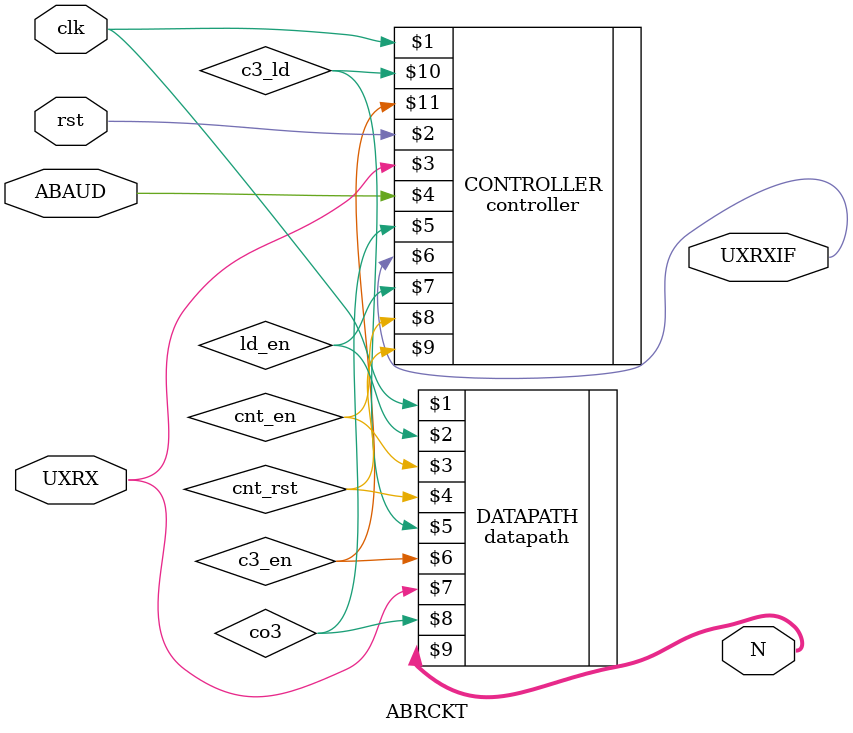
<source format=v>
`timescale 1ns/1ns

module ABRCKT(input clk, rst, UXRX, ABAUD, output[7:0] N, output UXRXIF);
	wire co3, cnt_rst, ld_en, cnt_en, c3_ld, c3_en;
	controller CONTROLLER(clk, rst, UXRX, ABAUD, co3, UXRXIF, ld_en, cnt_en, cnt_rst, c3_ld, c3_en);
	datapath DATAPATH(clk, ld_en, cnt_en, cnt_rst, c3_ld, c3_en, UXRX, co3, N);
endmodule

</source>
